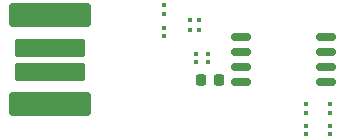
<source format=gbr>
%TF.GenerationSoftware,KiCad,Pcbnew,9.0.6*%
%TF.CreationDate,2025-12-12T23:19:34-08:00*%
%TF.ProjectId,iambic-controller-board,69616d62-6963-42d6-936f-6e74726f6c6c,1.0*%
%TF.SameCoordinates,Original*%
%TF.FileFunction,Paste,Top*%
%TF.FilePolarity,Positive*%
%FSLAX46Y46*%
G04 Gerber Fmt 4.6, Leading zero omitted, Abs format (unit mm)*
G04 Created by KiCad (PCBNEW 9.0.6) date 2025-12-12 23:19:34*
%MOMM*%
%LPD*%
G01*
G04 APERTURE LIST*
G04 Aperture macros list*
%AMRoundRect*
0 Rectangle with rounded corners*
0 $1 Rounding radius*
0 $2 $3 $4 $5 $6 $7 $8 $9 X,Y pos of 4 corners*
0 Add a 4 corners polygon primitive as box body*
4,1,4,$2,$3,$4,$5,$6,$7,$8,$9,$2,$3,0*
0 Add four circle primitives for the rounded corners*
1,1,$1+$1,$2,$3*
1,1,$1+$1,$4,$5*
1,1,$1+$1,$6,$7*
1,1,$1+$1,$8,$9*
0 Add four rect primitives between the rounded corners*
20,1,$1+$1,$2,$3,$4,$5,0*
20,1,$1+$1,$4,$5,$6,$7,0*
20,1,$1+$1,$6,$7,$8,$9,0*
20,1,$1+$1,$8,$9,$2,$3,0*%
G04 Aperture macros list end*
%ADD10RoundRect,0.225000X-0.225000X-0.250000X0.225000X-0.250000X0.225000X0.250000X-0.225000X0.250000X0*%
%ADD11RoundRect,0.162500X0.650000X0.162500X-0.650000X0.162500X-0.650000X-0.162500X0.650000X-0.162500X0*%
%ADD12RoundRect,0.079500X0.100500X-0.079500X0.100500X0.079500X-0.100500X0.079500X-0.100500X-0.079500X0*%
%ADD13RoundRect,0.079500X-0.100500X0.079500X-0.100500X-0.079500X0.100500X-0.079500X0.100500X0.079500X0*%
%ADD14RoundRect,0.079500X-0.079500X-0.100500X0.079500X-0.100500X0.079500X0.100500X-0.079500X0.100500X0*%
%ADD15RoundRect,0.300000X-3.200000X-0.700000X3.200000X-0.700000X3.200000X0.700000X-3.200000X0.700000X0*%
%ADD16RoundRect,0.225000X-2.775000X-0.525000X2.775000X-0.525000X2.775000X0.525000X-2.775000X0.525000X0*%
G04 APERTURE END LIST*
D10*
%TO.C,C5*%
X150350000Y-101750000D03*
X148800000Y-101750000D03*
%TD*%
D11*
%TO.C,U2*%
X152225000Y-101905000D03*
X152225000Y-100635000D03*
X152225000Y-99365000D03*
X152225000Y-98095000D03*
X159400000Y-98095000D03*
X159400000Y-99365000D03*
X159400000Y-100635000D03*
X159400000Y-101905000D03*
%TD*%
D12*
%TO.C,D4*%
X157700000Y-104470000D03*
X157700000Y-103780000D03*
%TD*%
D13*
%TO.C,R4*%
X157700000Y-106270000D03*
X157700000Y-105580000D03*
%TD*%
D14*
%TO.C,R3*%
X147905000Y-96650000D03*
X148595000Y-96650000D03*
%TD*%
D12*
%TO.C,D3*%
X145700000Y-97995000D03*
X145700000Y-97305000D03*
%TD*%
%TO.C,D5*%
X159700000Y-104470000D03*
X159700000Y-103780000D03*
%TD*%
D13*
%TO.C,R5*%
X159700000Y-105580000D03*
X159700000Y-106270000D03*
%TD*%
D14*
%TO.C,R2*%
X147905000Y-97475000D03*
X148595000Y-97475000D03*
%TD*%
D12*
%TO.C,R1*%
X149350000Y-100200000D03*
X149350000Y-99510000D03*
%TD*%
%TO.C,D2*%
X145700000Y-96095000D03*
X145700000Y-95405000D03*
%TD*%
%TO.C,D1*%
X148400000Y-100190000D03*
X148400000Y-99500000D03*
%TD*%
D15*
%TO.C,U1*%
X135975000Y-96250000D03*
D16*
X135975000Y-99000000D03*
X135975000Y-101000000D03*
D15*
X135975000Y-103750000D03*
%TD*%
M02*

</source>
